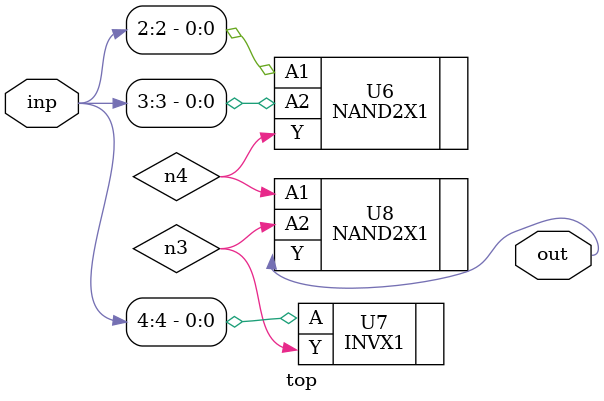
<source format=sv>


module top ( inp, out );
  input [4:0] inp;
  output out;
  wire   n3, n4;

  NAND2X1 U6 ( .A1(inp[2]), .A2(inp[3]), .Y(n4) );
  INVX1 U7 ( .A(inp[4]), .Y(n3) );
  NAND2X1 U8 ( .A1(n4), .A2(n3), .Y(out) );
endmodule


</source>
